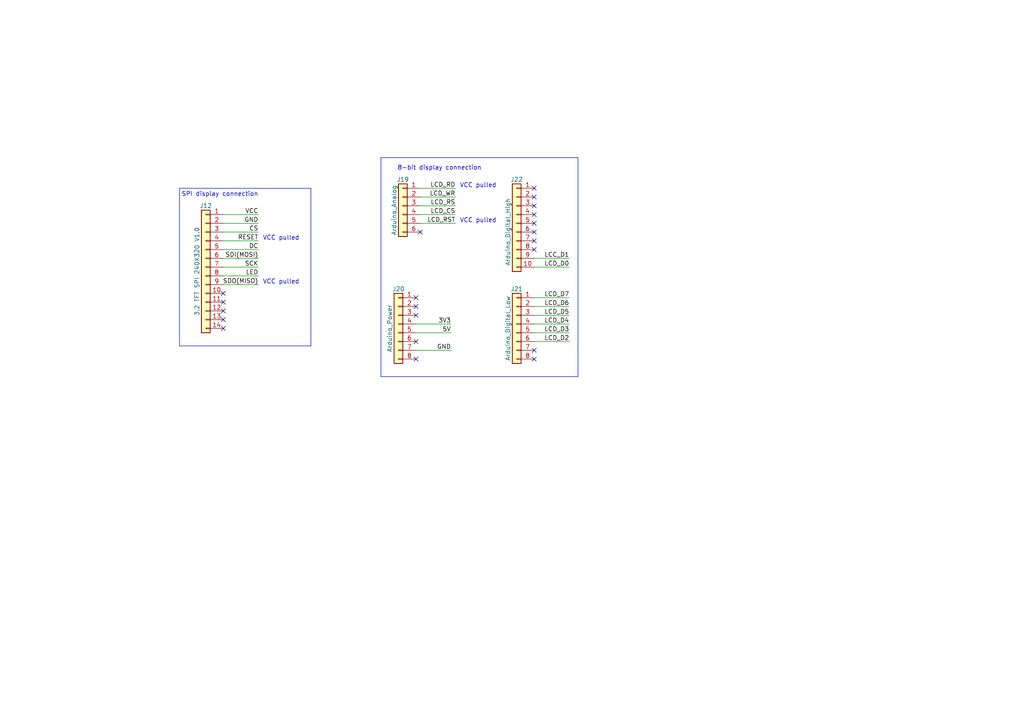
<source format=kicad_sch>
(kicad_sch (version 20230121) (generator eeschema)
  (paper "A4")
  (lib_symbols
    (symbol "Connector_Generic:Conn_01x06" (pin_names (offset 1.016) hide)
      (property "Reference" "J" (at 0 7.62 0))
      (property "Value" "Conn_01x06" (at 0 -10.16 0))
      (symbol "Conn_01x06_1_1"
        (rectangle (start -1.27 -7.493) (end 0 -7.747) (stroke (width 0.1524)))
        (rectangle (start -1.27 -4.953) (end 0 -5.207) (stroke (width 0.1524)))
        (rectangle (start -1.27 -2.413) (end 0 -2.667) (stroke (width 0.1524)))
        (rectangle (start -1.27 0.127) (end 0 -0.127) (stroke (width 0.1524)))
        (rectangle (start -1.27 2.667) (end 0 2.413) (stroke (width 0.1524)))
        (rectangle (start -1.27 5.207) (end 0 4.953) (stroke (width 0.1524)))
        (rectangle (start -1.27 6.35) (end 1.27 -8.89) (stroke (width 0.254)) (fill (type background)))
        (pin passive line (at -5.08 5.08 0) (length 3.81) (name "Pin_1") (number "1"))
        (pin passive line (at -5.08 2.54 0) (length 3.81) (name "Pin_2") (number "2"))
        (pin passive line (at -5.08 0 0) (length 3.81) (name "Pin_3") (number "3"))
        (pin passive line (at -5.08 -2.54 0) (length 3.81) (name "Pin_4") (number "4"))
        (pin passive line (at -5.08 -5.08 0) (length 3.81) (name "Pin_5") (number "5"))
        (pin passive line (at -5.08 -7.62 0) (length 3.81) (name "Pin_6") (number "6"))
      )
    )
    (symbol "Connector_Generic:Conn_01x08" (pin_names (offset 1.016) hide)
      (property "Reference" "J" (at 0 10.16 0))
      (property "Value" "Conn_01x08" (at 0 -12.7 0))
      (symbol "Conn_01x08_1_1"
        (rectangle (start -1.27 -10.033) (end 0 -10.287) (stroke (width 0.1524)))
        (rectangle (start -1.27 -7.493) (end 0 -7.747) (stroke (width 0.1524)))
        (rectangle (start -1.27 -4.953) (end 0 -5.207) (stroke (width 0.1524)))
        (rectangle (start -1.27 -2.413) (end 0 -2.667) (stroke (width 0.1524)))
        (rectangle (start -1.27 0.127) (end 0 -0.127) (stroke (width 0.1524)))
        (rectangle (start -1.27 2.667) (end 0 2.413) (stroke (width 0.1524)))
        (rectangle (start -1.27 5.207) (end 0 4.953) (stroke (width 0.1524)))
        (rectangle (start -1.27 7.747) (end 0 7.493) (stroke (width 0.1524)))
        (rectangle (start -1.27 8.89) (end 1.27 -11.43) (stroke (width 0.254)) (fill (type background)))
        (pin passive line (at -5.08 7.62 0) (length 3.81) (name "Pin_1") (number "1"))
        (pin passive line (at -5.08 5.08 0) (length 3.81) (name "Pin_2") (number "2"))
        (pin passive line (at -5.08 2.54 0) (length 3.81) (name "Pin_3") (number "3"))
        (pin passive line (at -5.08 0 0) (length 3.81) (name "Pin_4") (number "4"))
        (pin passive line (at -5.08 -2.54 0) (length 3.81) (name "Pin_5") (number "5"))
        (pin passive line (at -5.08 -5.08 0) (length 3.81) (name "Pin_6") (number "6"))
        (pin passive line (at -5.08 -7.62 0) (length 3.81) (name "Pin_7") (number "7"))
        (pin passive line (at -5.08 -10.16 0) (length 3.81) (name "Pin_8") (number "8"))
      )
    )
    (symbol "Connector_Generic:Conn_01x10" (pin_names (offset 1.016) hide)
      (property "Reference" "J" (at 0 12.7 0))
      (property "Value" "Conn_01x10" (at 0 -15.24 0))
      (symbol "Conn_01x10_1_1"
        (rectangle (start -1.27 -12.573) (end 0 -12.827) (stroke (width 0.1524)))
        (rectangle (start -1.27 -10.033) (end 0 -10.287) (stroke (width 0.1524)))
        (rectangle (start -1.27 -7.493) (end 0 -7.747) (stroke (width 0.1524)))
        (rectangle (start -1.27 -4.953) (end 0 -5.207) (stroke (width 0.1524)))
        (rectangle (start -1.27 -2.413) (end 0 -2.667) (stroke (width 0.1524)))
        (rectangle (start -1.27 0.127) (end 0 -0.127) (stroke (width 0.1524)))
        (rectangle (start -1.27 2.667) (end 0 2.413) (stroke (width 0.1524)))
        (rectangle (start -1.27 5.207) (end 0 4.953) (stroke (width 0.1524)))
        (rectangle (start -1.27 7.747) (end 0 7.493) (stroke (width 0.1524)))
        (rectangle (start -1.27 10.287) (end 0 10.033) (stroke (width 0.1524)))
        (rectangle (start -1.27 11.43) (end 1.27 -13.97) (stroke (width 0.254)) (fill (type background)))
        (pin passive line (at -5.08 10.16 0) (length 3.81) (name "Pin_1") (number "1"))
        (pin passive line (at -5.08 -12.7 0) (length 3.81) (name "Pin_10") (number "10"))
        (pin passive line (at -5.08 7.62 0) (length 3.81) (name "Pin_2") (number "2"))
        (pin passive line (at -5.08 5.08 0) (length 3.81) (name "Pin_3") (number "3"))
        (pin passive line (at -5.08 2.54 0) (length 3.81) (name "Pin_4") (number "4"))
        (pin passive line (at -5.08 0 0) (length 3.81) (name "Pin_5") (number "5"))
        (pin passive line (at -5.08 -2.54 0) (length 3.81) (name "Pin_6") (number "6"))
        (pin passive line (at -5.08 -5.08 0) (length 3.81) (name "Pin_7") (number "7"))
        (pin passive line (at -5.08 -7.62 0) (length 3.81) (name "Pin_8") (number "8"))
        (pin passive line (at -5.08 -10.16 0) (length 3.81) (name "Pin_9") (number "9"))
      )
    )
    (symbol "Connector_Generic:Conn_01x14" (pin_names (offset 1.016) hide)
      (property "Reference" "J" (at 0 17.78 0))
      (property "Value" "Conn_01x14" (at 0 -20.32 0))
      (symbol "Conn_01x14_1_1"
        (rectangle (start -1.27 -17.653) (end 0 -17.907) (stroke (width 0.1524)))
        (rectangle (start -1.27 -15.113) (end 0 -15.367) (stroke (width 0.1524)))
        (rectangle (start -1.27 -12.573) (end 0 -12.827) (stroke (width 0.1524)))
        (rectangle (start -1.27 -10.033) (end 0 -10.287) (stroke (width 0.1524)))
        (rectangle (start -1.27 -7.493) (end 0 -7.747) (stroke (width 0.1524)))
        (rectangle (start -1.27 -4.953) (end 0 -5.207) (stroke (width 0.1524)))
        (rectangle (start -1.27 -2.413) (end 0 -2.667) (stroke (width 0.1524)))
        (rectangle (start -1.27 0.127) (end 0 -0.127) (stroke (width 0.1524)))
        (rectangle (start -1.27 2.667) (end 0 2.413) (stroke (width 0.1524)))
        (rectangle (start -1.27 5.207) (end 0 4.953) (stroke (width 0.1524)))
        (rectangle (start -1.27 7.747) (end 0 7.493) (stroke (width 0.1524)))
        (rectangle (start -1.27 10.287) (end 0 10.033) (stroke (width 0.1524)))
        (rectangle (start -1.27 12.827) (end 0 12.573) (stroke (width 0.1524)))
        (rectangle (start -1.27 15.367) (end 0 15.113) (stroke (width 0.1524)))
        (rectangle (start -1.27 16.51) (end 1.27 -19.05) (stroke (width 0.254)) (fill (type background)))
        (pin passive line (at -5.08 15.24 0) (length 3.81) (name "Pin_1") (number "1"))
        (pin passive line (at -5.08 -7.62 0) (length 3.81) (name "Pin_10") (number "10"))
        (pin passive line (at -5.08 -10.16 0) (length 3.81) (name "Pin_11") (number "11"))
        (pin passive line (at -5.08 -12.7 0) (length 3.81) (name "Pin_12") (number "12"))
        (pin passive line (at -5.08 -15.24 0) (length 3.81) (name "Pin_13") (number "13"))
        (pin passive line (at -5.08 -17.78 0) (length 3.81) (name "Pin_14") (number "14"))
        (pin passive line (at -5.08 12.7 0) (length 3.81) (name "Pin_2") (number "2"))
        (pin passive line (at -5.08 10.16 0) (length 3.81) (name "Pin_3") (number "3"))
        (pin passive line (at -5.08 7.62 0) (length 3.81) (name "Pin_4") (number "4"))
        (pin passive line (at -5.08 5.08 0) (length 3.81) (name "Pin_5") (number "5"))
        (pin passive line (at -5.08 2.54 0) (length 3.81) (name "Pin_6") (number "6"))
        (pin passive line (at -5.08 0 0) (length 3.81) (name "Pin_7") (number "7"))
        (pin passive line (at -5.08 -2.54 0) (length 3.81) (name "Pin_8") (number "8"))
        (pin passive line (at -5.08 -5.08 0) (length 3.81) (name "Pin_9") (number "9"))
      )
    )
  )
  (no_connect (at 64.77 90.17))
  (no_connect (at 120.65 86.36))
  (no_connect (at 120.65 104.14))
  (no_connect (at 154.94 69.85))
  (no_connect (at 154.94 72.39))
  (no_connect (at 64.77 95.25))
  (no_connect (at 120.65 88.9))
  (no_connect (at 154.94 104.14))
  (no_connect (at 154.94 59.69))
  (no_connect (at 120.65 99.06))
  (no_connect (at 64.77 92.71))
  (no_connect (at 64.77 85.09))
  (no_connect (at 64.77 87.63))
  (no_connect (at 154.94 62.23))
  (no_connect (at 154.94 101.6))
  (no_connect (at 120.65 91.44))
  (no_connect (at 154.94 64.77))
  (no_connect (at 154.94 54.61))
  (no_connect (at 154.94 67.31))
  (no_connect (at 154.94 57.15))
  (no_connect (at 121.92 67.31))
  (polyline (pts (xy 90.17 54.61) (xy 52.07 54.61)))
  (wire (pts (xy 154.94 91.44) (xy 165.1 91.44)))
  (wire (pts (xy 64.77 80.01) (xy 74.93 80.01)))
  (polyline (pts (xy 167.64 109.22) (xy 167.64 45.72)))
  (wire (pts (xy 64.77 67.31) (xy 74.93 67.31)))
  (wire (pts (xy 165.1 99.06) (xy 154.94 99.06)))
  (polyline (pts (xy 90.17 100.33) (xy 90.17 54.61)))
  (wire (pts (xy 64.77 69.85) (xy 74.93 69.85)))
  (wire (pts (xy 64.77 62.23) (xy 74.93 62.23)))
  (wire (pts (xy 165.1 77.47) (xy 154.94 77.47)))
  (wire (pts (xy 120.65 96.52) (xy 130.81 96.52)))
  (wire (pts (xy 154.94 96.52) (xy 165.1 96.52)))
  (wire (pts (xy 132.08 62.23) (xy 121.92 62.23)))
  (wire (pts (xy 154.94 74.93) (xy 165.1 74.93)))
  (wire (pts (xy 64.77 82.55) (xy 74.93 82.55)))
  (polyline (pts (xy 110.49 109.22) (xy 167.64 109.22)))
  (wire (pts (xy 130.81 93.98) (xy 120.65 93.98)))
  (wire (pts (xy 154.94 86.36) (xy 165.1 86.36)))
  (wire (pts (xy 121.92 59.69) (xy 132.08 59.69)))
  (wire (pts (xy 64.77 77.47) (xy 74.93 77.47)))
  (wire (pts (xy 64.77 74.93) (xy 74.93 74.93)))
  (wire (pts (xy 132.08 57.15) (xy 121.92 57.15)))
  (wire (pts (xy 130.81 101.6) (xy 120.65 101.6)))
  (polyline (pts (xy 167.64 45.72) (xy 110.49 45.72)))
  (wire (pts (xy 121.92 54.61) (xy 132.08 54.61)))
  (wire (pts (xy 165.1 88.9) (xy 154.94 88.9)))
  (wire (pts (xy 64.77 72.39) (xy 74.93 72.39)))
  (wire (pts (xy 64.77 64.77) (xy 74.93 64.77)))
  (wire (pts (xy 165.1 93.98) (xy 154.94 93.98)))
  (polyline (pts (xy 110.49 45.72) (xy 110.49 109.22)))
  (polyline (pts (xy 52.07 54.61) (xy 52.07 100.33)))
  (wire (pts (xy 121.92 64.77) (xy 132.08 64.77)))
  (polyline (pts (xy 52.07 100.33) (xy 90.17 100.33)))
  (text "VCC pulled" (at 133.35 64.77 0) (effects (font (size 1.27 1.27)) (justify left bottom)))
  (text "VCC pulled" (at 133.35 54.61 0) (effects (font (size 1.27 1.27)) (justify left bottom)))
  (text "8-bit display connection" (at 139.7 49.53 0) (effects (font (size 1.27 1.27)) (justify right bottom)))
  (text "VCC pulled" (at 76.2 82.55 0) (effects (font (size 1.27 1.27)) (justify left bottom)))
  (text "VCC pulled" (at 76.2 69.85 0) (effects (font (size 1.27 1.27)) (justify left bottom)))
  (text "SPI display connection" (at 74.93 57.15 0) (effects (font (size 1.27 1.27)) (justify right bottom)))
  (label "3V3" (at 130.81 93.98 180))
  (label "LCD_RST" (at 132.08 64.77 180))
  (label "5V" (at 130.81 96.52 180))
  (label "LCD_D6" (at 165.1 88.9 180))
  (label "LED" (at 74.93 80.01 180))
  (label "RESET" (at 74.93 69.85 180))
  (label "LCD_D7" (at 165.1 86.36 180))
  (label "LCD_D5" (at 165.1 91.44 180))
  (label "LCD_CS" (at 132.08 62.23 180))
  (label "CS" (at 74.93 67.31 180))
  (label "LCD_D3" (at 165.1 96.52 180))
  (label "SCK" (at 74.93 77.47 180))
  (label "LCD_RD" (at 132.08 54.61 180))
  (label "LCD_RS" (at 132.08 59.69 180))
  (label "LCD_D4" (at 165.1 93.98 180))
  (label "SDO(MISO)" (at 74.93 82.55 180))
  (label "SDI(MOSI)" (at 74.93 74.93 180))
  (label "LCD_D2" (at 165.1 99.06 180))
  (label "DC" (at 74.93 72.39 180))
  (label "LCD_D0" (at 165.1 77.47 180))
  (label "GND" (at 74.93 64.77 180))
  (label "GND" (at 130.81 101.6 180))
  (label "VCC" (at 74.93 62.23 180))
  (label "LCD_WR" (at 132.08 57.15 180))
  (label "LCC_D1" (at 165.1 74.93 180))
  (symbol (lib_id "Connector_Generic:Conn_01x14") (at 59.69 77.47 0) (mirror y) (unit 1)
    (property "Reference" "J12" (at 59.69 59.69 0))
    (property "Value" "3.2 TFT SPI 240X320 V1.0" (at 57.15 78.74 90))
  )
  (symbol (lib_id "Connector_Generic:Conn_01x08") (at 149.86 93.98 0) (mirror y) (unit 1)
    (property "Reference" "J21" (at 149.86 83.82 0))
    (property "Value" "Arduino_Digital_Low" (at 147.32 95.25 90))
  )
  (symbol (lib_id "Connector_Generic:Conn_01x10") (at 149.86 64.77 0) (mirror y) (unit 1)
    (property "Reference" "J22" (at 149.86 52.07 0))
    (property "Value" "Arduino_Digital_High" (at 147.32 67.31 90))
  )
  (symbol (lib_id "Connector_Generic:Conn_01x08") (at 115.57 93.98 0) (mirror y) (unit 1)
    (property "Reference" "J20" (at 115.57 83.82 0))
    (property "Value" "Arduino_Power" (at 113.03 95.25 90))
  )
  (symbol (lib_id "Connector_Generic:Conn_01x06") (at 116.84 59.69 0) (mirror y) (unit 1)
    (property "Reference" "J19" (at 116.84 52.07 0))
    (property "Value" "Arduino_Analog" (at 114.3 60.96 90))
  )
)
</source>
